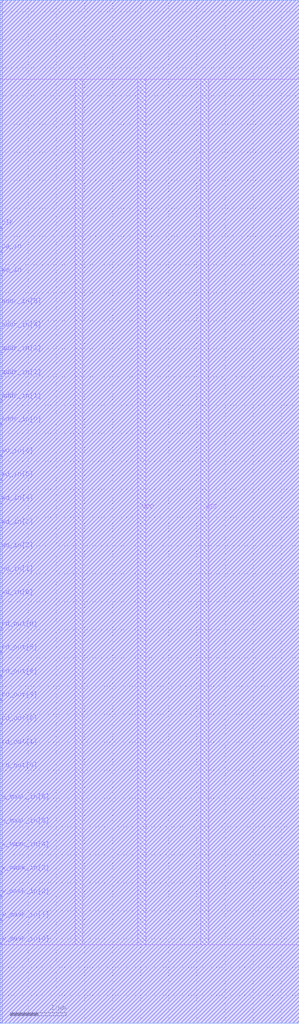
<source format=lef>
VERSION 5.7 ;
BUSBITCHARS "[]" ;
MACRO fakeram45_64x7_upper
  FOREIGN fakeram45_64x7_upper 0 0 ;
  SYMMETRY X Y R90 ;
  SIZE 10.640 BY 36.400 ;
  CLASS BLOCK ;
  PIN w_mask_in[0]
    DIRECTION INPUT ;
    USE SIGNAL ;
    SHAPE ABUTMENT ;
    PORT
      LAYER metal18 ;
      RECT 0.000 2.800 0.070 2.870 ;
    END
  END w_mask_in[0]
  PIN w_mask_in[1]
    DIRECTION INPUT ;
    USE SIGNAL ;
    SHAPE ABUTMENT ;
    PORT
      LAYER metal18 ;
      RECT 0.000 3.640 0.070 3.710 ;
    END
  END w_mask_in[1]
  PIN w_mask_in[2]
    DIRECTION INPUT ;
    USE SIGNAL ;
    SHAPE ABUTMENT ;
    PORT
      LAYER metal18 ;
      RECT 0.000 4.480 0.070 4.550 ;
    END
  END w_mask_in[2]
  PIN w_mask_in[3]
    DIRECTION INPUT ;
    USE SIGNAL ;
    SHAPE ABUTMENT ;
    PORT
      LAYER metal18 ;
      RECT 0.000 5.320 0.070 5.390 ;
    END
  END w_mask_in[3]
  PIN w_mask_in[4]
    DIRECTION INPUT ;
    USE SIGNAL ;
    SHAPE ABUTMENT ;
    PORT
      LAYER metal18 ;
      RECT 0.000 6.160 0.070 6.230 ;
    END
  END w_mask_in[4]
  PIN w_mask_in[5]
    DIRECTION INPUT ;
    USE SIGNAL ;
    SHAPE ABUTMENT ;
    PORT
      LAYER metal18 ;
      RECT 0.000 7.000 0.070 7.070 ;
    END
  END w_mask_in[5]
  PIN w_mask_in[6]
    DIRECTION INPUT ;
    USE SIGNAL ;
    SHAPE ABUTMENT ;
    PORT
      LAYER metal18 ;
      RECT 0.000 7.840 0.070 7.910 ;
    END
  END w_mask_in[6]
  PIN rd_out[0]
    DIRECTION OUTPUT ;
    USE SIGNAL ;
    SHAPE ABUTMENT ;
    PORT
      LAYER metal18 ;
      RECT 0.000 8.960 0.070 9.030 ;
    END
  END rd_out[0]
  PIN rd_out[1]
    DIRECTION OUTPUT ;
    USE SIGNAL ;
    SHAPE ABUTMENT ;
    PORT
      LAYER metal18 ;
      RECT 0.000 9.800 0.070 9.870 ;
    END
  END rd_out[1]
  PIN rd_out[2]
    DIRECTION OUTPUT ;
    USE SIGNAL ;
    SHAPE ABUTMENT ;
    PORT
      LAYER metal18 ;
      RECT 0.000 10.640 0.070 10.710 ;
    END
  END rd_out[2]
  PIN rd_out[3]
    DIRECTION OUTPUT ;
    USE SIGNAL ;
    SHAPE ABUTMENT ;
    PORT
      LAYER metal18 ;
      RECT 0.000 11.480 0.070 11.550 ;
    END
  END rd_out[3]
  PIN rd_out[4]
    DIRECTION OUTPUT ;
    USE SIGNAL ;
    SHAPE ABUTMENT ;
    PORT
      LAYER metal18 ;
      RECT 0.000 12.320 0.070 12.390 ;
    END
  END rd_out[4]
  PIN rd_out[5]
    DIRECTION OUTPUT ;
    USE SIGNAL ;
    SHAPE ABUTMENT ;
    PORT
      LAYER metal18 ;
      RECT 0.000 13.160 0.070 13.230 ;
    END
  END rd_out[5]
  PIN rd_out[6]
    DIRECTION OUTPUT ;
    USE SIGNAL ;
    SHAPE ABUTMENT ;
    PORT
      LAYER metal18 ;
      RECT 0.000 14.000 0.070 14.070 ;
    END
  END rd_out[6]
  PIN wd_in[0]
    DIRECTION INPUT ;
    USE SIGNAL ;
    SHAPE ABUTMENT ;
    PORT
      LAYER metal18 ;
      RECT 0.000 15.120 0.070 15.190 ;
    END
  END wd_in[0]
  PIN wd_in[1]
    DIRECTION INPUT ;
    USE SIGNAL ;
    SHAPE ABUTMENT ;
    PORT
      LAYER metal18 ;
      RECT 0.000 15.960 0.070 16.030 ;
    END
  END wd_in[1]
  PIN wd_in[2]
    DIRECTION INPUT ;
    USE SIGNAL ;
    SHAPE ABUTMENT ;
    PORT
      LAYER metal18 ;
      RECT 0.000 16.800 0.070 16.870 ;
    END
  END wd_in[2]
  PIN wd_in[3]
    DIRECTION INPUT ;
    USE SIGNAL ;
    SHAPE ABUTMENT ;
    PORT
      LAYER metal18 ;
      RECT 0.000 17.640 0.070 17.710 ;
    END
  END wd_in[3]
  PIN wd_in[4]
    DIRECTION INPUT ;
    USE SIGNAL ;
    SHAPE ABUTMENT ;
    PORT
      LAYER metal18 ;
      RECT 0.000 18.480 0.070 18.550 ;
    END
  END wd_in[4]
  PIN wd_in[5]
    DIRECTION INPUT ;
    USE SIGNAL ;
    SHAPE ABUTMENT ;
    PORT
      LAYER metal18 ;
      RECT 0.000 19.320 0.070 19.390 ;
    END
  END wd_in[5]
  PIN wd_in[6]
    DIRECTION INPUT ;
    USE SIGNAL ;
    SHAPE ABUTMENT ;
    PORT
      LAYER metal18 ;
      RECT 0.000 20.160 0.070 20.230 ;
    END
  END wd_in[6]
  PIN addr_in[0]
    DIRECTION INPUT ;
    USE SIGNAL ;
    SHAPE ABUTMENT ;
    PORT
      LAYER metal18 ;
      RECT 0.000 21.280 0.070 21.350 ;
    END
  END addr_in[0]
  PIN addr_in[1]
    DIRECTION INPUT ;
    USE SIGNAL ;
    SHAPE ABUTMENT ;
    PORT
      LAYER metal18 ;
      RECT 0.000 22.120 0.070 22.190 ;
    END
  END addr_in[1]
  PIN addr_in[2]
    DIRECTION INPUT ;
    USE SIGNAL ;
    SHAPE ABUTMENT ;
    PORT
      LAYER metal18 ;
      RECT 0.000 22.960 0.070 23.030 ;
    END
  END addr_in[2]
  PIN addr_in[3]
    DIRECTION INPUT ;
    USE SIGNAL ;
    SHAPE ABUTMENT ;
    PORT
      LAYER metal18 ;
      RECT 0.000 23.800 0.070 23.870 ;
    END
  END addr_in[3]
  PIN addr_in[4]
    DIRECTION INPUT ;
    USE SIGNAL ;
    SHAPE ABUTMENT ;
    PORT
      LAYER metal18 ;
      RECT 0.000 24.640 0.070 24.710 ;
    END
  END addr_in[4]
  PIN addr_in[5]
    DIRECTION INPUT ;
    USE SIGNAL ;
    SHAPE ABUTMENT ;
    PORT
      LAYER metal18 ;
      RECT 0.000 25.480 0.070 25.550 ;
    END
  END addr_in[5]
  PIN we_in
    DIRECTION INPUT ;
    USE SIGNAL ;
    SHAPE ABUTMENT ;
    PORT
      LAYER metal18 ;
      RECT 0.000 26.600 0.070 26.670 ;
    END
  END we_in
  PIN ce_in
    DIRECTION INPUT ;
    USE SIGNAL ;
    SHAPE ABUTMENT ;
    PORT
      LAYER metal18 ;
      RECT 0.000 27.440 0.070 27.510 ;
    END
  END ce_in
  PIN clk
    DIRECTION INPUT ;
    USE SIGNAL ;
    SHAPE ABUTMENT ;
    PORT
      LAYER metal18 ;
      RECT 0.000 28.280 0.070 28.350 ;
    END
  END clk
  PIN VSS
    DIRECTION INOUT ;
    USE GROUND ;
    PORT
      LAYER metal17 ;
      RECT 2.660 2.800 2.940 33.600 ;
      RECT 7.140 2.800 7.420 33.600 ;
    END
  END VSS
  PIN VDD
    DIRECTION INOUT ;
    USE POWER ;
    PORT
      LAYER metal17 ;
      RECT 4.900 2.800 5.180 33.600 ;
    END
  END VDD
  OBS
    LAYER metal20 ;
    RECT 0 0 10.640 36.400 ;
    LAYER metal19 ;
    RECT 0 0 10.640 36.400 ;
    LAYER metal18 ;
    RECT 0.070 0 10.640 36.400 ;
    RECT 0 0.000 0.070 2.800 ;
    RECT 0 2.870 0.070 3.640 ;
    RECT 0 3.710 0.070 4.480 ;
    RECT 0 4.550 0.070 5.320 ;
    RECT 0 5.390 0.070 6.160 ;
    RECT 0 6.230 0.070 7.000 ;
    RECT 0 7.070 0.070 7.840 ;
    RECT 0 7.910 0.070 8.960 ;
    RECT 0 9.030 0.070 9.800 ;
    RECT 0 9.870 0.070 10.640 ;
    RECT 0 10.710 0.070 11.480 ;
    RECT 0 11.550 0.070 12.320 ;
    RECT 0 12.390 0.070 13.160 ;
    RECT 0 13.230 0.070 14.000 ;
    RECT 0 14.070 0.070 15.120 ;
    RECT 0 15.190 0.070 15.960 ;
    RECT 0 16.030 0.070 16.800 ;
    RECT 0 16.870 0.070 17.640 ;
    RECT 0 17.710 0.070 18.480 ;
    RECT 0 18.550 0.070 19.320 ;
    RECT 0 19.390 0.070 20.160 ;
    RECT 0 20.230 0.070 21.280 ;
    RECT 0 21.350 0.070 22.120 ;
    RECT 0 22.190 0.070 22.960 ;
    RECT 0 23.030 0.070 23.800 ;
    RECT 0 23.870 0.070 24.640 ;
    RECT 0 24.710 0.070 25.480 ;
    RECT 0 25.550 0.070 26.600 ;
    RECT 0 26.670 0.070 27.440 ;
    RECT 0 27.510 0.070 28.280 ;
    RECT 0 28.350 0.070 36.400 ;
    LAYER metal17 ;
    RECT 0 0 10.640 2.800 ;
    RECT 0 33.600 10.640 36.400 ;
    RECT 0.000 2.800 2.660 33.600 ;
    RECT 2.940 2.800 4.900 33.600 ;
    RECT 5.180 2.800 7.140 33.600 ;
    RECT 7.420 2.800 10.640 33.600 ;
  END
END fakeram45_64x7_upper

END LIBRARY

</source>
